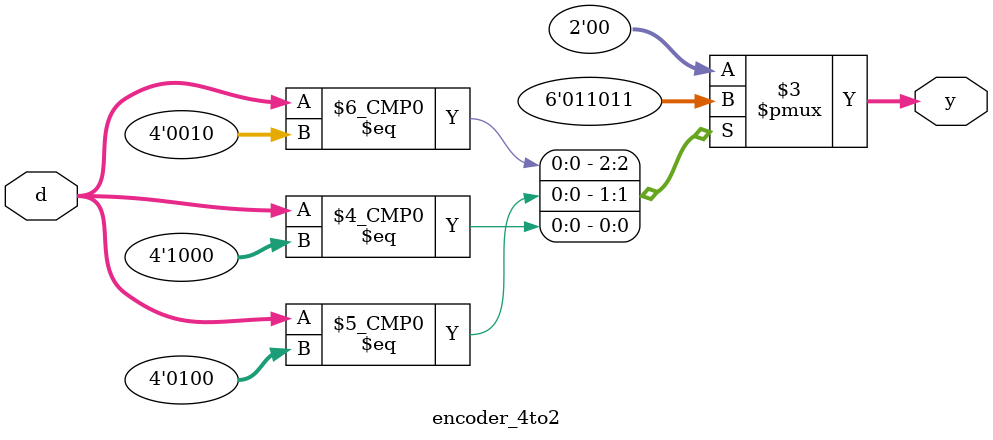
<source format=v>
module encoder_4to2(input [3:0] d, output reg [1:0] y);
always @(*) begin
  casez(d)
    4'b0001: y = 2'b00;
    4'b0010: y = 2'b01;
    4'b0100: y = 2'b10;
    4'b1000: y = 2'b11;
    default: y = 2'b00;
  endcase
end
endmodule
</source>
